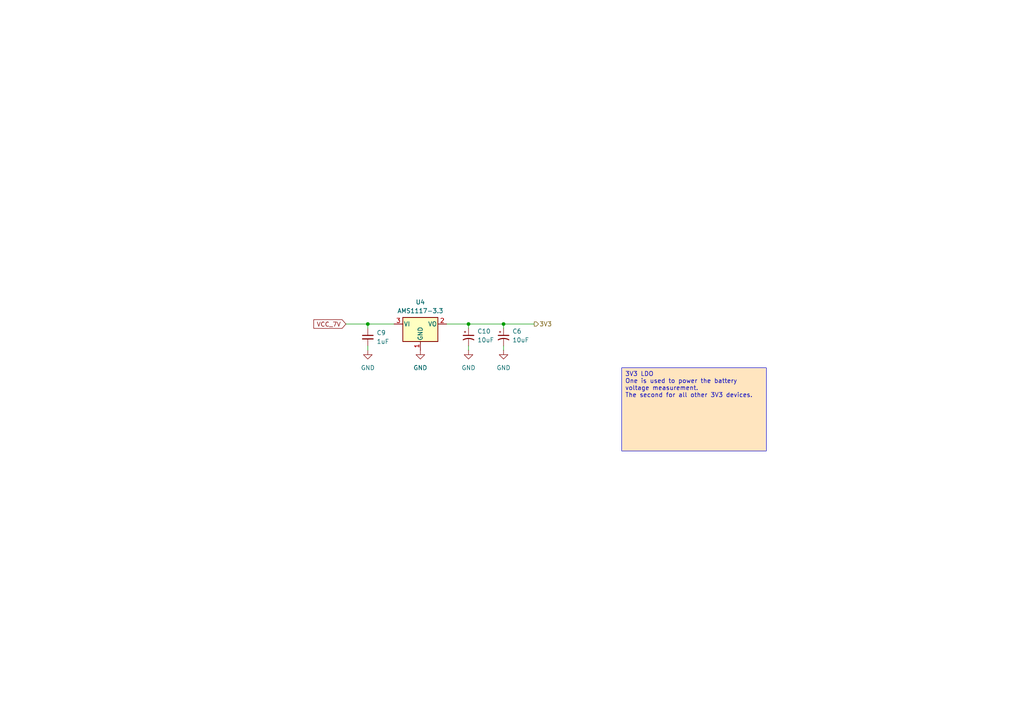
<source format=kicad_sch>
(kicad_sch (version 20250114) (generator "eeschema") (generator_version "9.0")
  (paper "A4")
  (title_block (title "3V3 LDO") (date "2025-09-04") (rev "1.0"))
  (lib_symbols
    (symbol "Device:C_Small" (pin_numbers (hide yes)) (pin_names (offset 0.254) (hide yes))
      (property "Reference" "C" (at 0.254 1.778 0))
      (property "Value" "C_Small" (at 0.254 -2.032 0))
      (symbol "C_Small_0_1"
        (polyline (pts (xy -1.524 0.508) (xy 1.524 0.508)) (stroke (width 0.3048)))
        (polyline (pts (xy -1.524 -0.508) (xy 1.524 -0.508)) (stroke (width 0.3302)))
      )
      (symbol "C_Small_1_1"
        (pin passive line (at 0 2.54 270) (length 2.032) (name "~") (number "1"))
        (pin passive line (at 0 -2.54 90) (length 2.032) (name "~") (number "2"))
      )
    )
    (symbol "camper_van:C_tantalum" (pin_numbers (hide yes)) (pin_names (offset 0.254) (hide yes))
      (property "Reference" "C1" (at 2.54 1.7019 0))
      (property "Value" "C_tantalum" (at 2.54 -0.8381 0))
      (symbol "C_tantalum_0_1"
        (polyline (pts (xy -1.524 0.508) (xy 1.524 0.508)) (stroke (width 0.3048)))
        (polyline (pts (xy -1.27 1.524) (xy -0.762 1.524)))
        (polyline (pts (xy -1.016 1.27) (xy -1.016 1.778)))
        (arc (start -1.524 -0.762) (mid 0 -0.3734) (end 1.524 -0.762) (stroke (width 0.3048)))
      )
      (symbol "C_tantalum_1_1"
        (pin passive line (at 0 2.54 270) (length 2.032) (name "~") (number "1"))
        (pin passive line (at 0 -2.54 90) (length 2.032) (name "~") (number "2"))
      )
    )
    (symbol "camper_van:SPX1117" (pin_names (offset 0.254))
      (property "Reference" "U15" (at 0 6.35 0))
      (property "Value" "SPX1117M3-L-3-3/TR" (at 0 3.81 0))
      (symbol "SPX1117_0_1"
        (rectangle (start -5.08 1.905) (end 5.08 -5.08) (stroke (width 0.254)) (fill (type background)))
      )
      (symbol "SPX1117_1_1"
        (pin power_in line (at -7.62 0 0) (length 2.54) (name "VI") (number "3"))
        (pin power_in line (at 0 -7.62 90) (length 2.54) (name "GND") (number "1"))
        (pin power_out line (at 7.62 0 180) (length 2.54) (name "VO") (number "2"))
      )
    )
    (symbol "power:GND" (power) (pin_numbers (hide yes)) (pin_names (offset 0) (hide yes))
      (property "Value" "GND" (at 0 -3.81 0))
      (symbol "GND_0_1"
        (polyline (pts (xy 0 0) (xy 0 -1.27) (xy 1.27 -1.27) (xy 0 -2.54) (xy -1.27 -1.27) (xy 0 -1.27)))
      )
      (symbol "GND_1_1"
        (pin power_in line (at 0 0 270) (length 0) (name "~") (number "1"))
      )
    )
  )
  (text_box "3V3 LDO \nOne is used to power the battery voltage measurement.\nThe second for all other 3V3 devices." (at 180.34 106.68 0) (size 41.91 24.13) (margins 0.9525 0.9525 0.9525 0.9525) (fill (type color) (color 255 229 191 1)) (effects (font (size 1.27 1.27)) (justify left top)))
  (junction (at 146.05 93.98))
  (junction (at 106.68 93.98))
  (junction (at 135.89 93.98))
  (wire (pts (xy 106.68 93.98) (xy 114.3 93.98)))
  (wire (pts (xy 146.05 93.98) (xy 135.89 93.98)))
  (wire (pts (xy 146.05 95.25) (xy 146.05 93.98)))
  (wire (pts (xy 106.68 100.33) (xy 106.68 101.6)))
  (wire (pts (xy 135.89 95.25) (xy 135.89 93.98)))
  (wire (pts (xy 129.54 93.98) (xy 135.89 93.98)))
  (wire (pts (xy 146.05 100.33) (xy 146.05 101.6)))
  (wire (pts (xy 100.33 93.98) (xy 106.68 93.98)))
  (wire (pts (xy 146.05 93.98) (xy 154.94 93.98)))
  (wire (pts (xy 106.68 95.25) (xy 106.68 93.98)))
  (wire (pts (xy 135.89 100.33) (xy 135.89 101.6)))
  (global_label "VCC_7V" (shape input) (at 100.33 93.98 180) (property "Intersheetrefs" "${INTERSHEET_REFS}" (effects (hide yes))))
  (hierarchical_label "3V3" (shape output) (at 154.94 93.98 0))
  (symbol (lib_id "power:GND") (at 146.05 101.6 0) (unit 1)
    (property "Reference" "#PWR091" (effects (hide yes)))
    (property "Value" "GND" (at 146.05 106.68 0))
    (property "Description" "Power symbol creates a global label with name \"GND\" , ground" (effects (hide yes)))
    (instances (project "campervan_management_V2" (path "" (reference "#PWR029") (unit 1)) (path "" (reference "#PWR091") (unit 1))))
  )
  (symbol (lib_id "power:GND") (at 106.68 101.6 0) (unit 1)
    (property "Reference" "#PWR02" (effects (hide yes)))
    (property "Value" "GND" (at 106.68 106.68 0))
    (property "Description" "Power symbol creates a global label with name \"GND\" , ground" (effects (hide yes)))
    (instances (project "campervan_management_V2" (path "" (reference "#PWR024") (unit 1)) (path "" (reference "#PWR02") (unit 1))))
  )
  (symbol (lib_id "Device:C_Small") (at 106.68 97.79 0) (unit 1)
    (property "Reference" "C5" (at 109.22 96.5262 0) (effects (justify left)))
    (property "Value" "1uF" (at 109.22 99.0662 0) (effects (justify left)))
    (property "Footprint" "Capacitor_SMD:C_0603_1608Metric" (effects (hide yes)))
    (property "Description" "Unpolarized capacitor, small symbol" (effects (hide yes)))
    (property "LCSC PN" "C15849" (effects (hide yes)))
    (property "Extended" "B" (effects (hide yes)))
    (instances (project "campervan_management_V2" (path "" (reference "C9") (unit 1)) (path "" (reference "C5") (unit 1))))
  )
  (symbol (lib_id "power:GND") (at 121.92 101.6 0) (unit 1)
    (property "Reference" "#PWR088" (effects (hide yes)))
    (property "Value" "GND" (at 121.92 106.68 0))
    (property "Description" "Power symbol creates a global label with name \"GND\" , ground" (effects (hide yes)))
    (instances (project "campervan_management_V2" (path "" (reference "#PWR026") (unit 1)) (path "" (reference "#PWR088") (unit 1))))
  )
  (symbol (lib_id "power:GND") (at 135.89 101.6 0) (unit 1)
    (property "Reference" "#PWR089" (effects (hide yes)))
    (property "Value" "GND" (at 135.89 106.68 0))
    (property "Description" "Power symbol creates a global label with name \"GND\" , ground" (effects (hide yes)))
    (instances (project "campervan_management_V2" (path "" (reference "#PWR028") (unit 1)) (path "" (reference "#PWR089") (unit 1))))
  )
  (symbol (lib_id "camper_van:C_tantalum") (at 135.89 97.79 0) (unit 1)
    (property "Reference" "C3" (at 138.43 96.0881 0) (effects (justify left)))
    (property "Value" "10uF" (at 138.43 98.6281 0) (effects (justify left)))
    (property "Footprint" "Capacitor_Tantalum_SMD:CP_EIA-3216-18_Kemet-A" (effects (hide yes)))
    (property "Description" "Tantalum capacitor" (effects (hide yes)))
    (property "LCSC PN" "C7171" (effects (hide yes)))
    (property "Extended" "B" (effects (hide yes)))
    (instances (project "campervan_management_V2" (path "" (reference "C10") (unit 1)) (path "" (reference "C3") (unit 1))))
  )
  (symbol (lib_id "camper_van:C_tantalum") (at 146.05 97.79 0) (unit 1)
    (property "Reference" "C7" (at 148.59 96.0881 0) (effects (justify left)))
    (property "Value" "10uF" (at 148.59 98.6281 0) (effects (justify left)))
    (property "Footprint" "Capacitor_Tantalum_SMD:CP_EIA-3216-18_Kemet-A" (effects (hide yes)))
    (property "Description" "Tantalum capacitor" (effects (hide yes)))
    (property "LCSC PN" "C7171" (effects (hide yes)))
    (property "Extended" "B" (effects (hide yes)))
    (instances (project "campervan_management_V2" (path "" (reference "C6") (unit 1)) (path "" (reference "C7") (unit 1))))
  )
  (symbol (lib_id "camper_van:SPX1117") (at 121.92 93.98 0) (unit 1)
    (property "Reference" "U2" (at 121.92 87.63 0))
    (property "Value" "AMS1117-3.3" (at 121.92 90.17 0))
    (property "Footprint" "Package_TO_SOT_SMD:SOT-223-3_TabPin2" (effects (hide yes)))
    (property "Datasheet" "https://jlcpcb.com/partdetail/MaxLinear-SPX1117M3_L_3_3TR/C6862" (effects (hide yes)))
    (property "Description" "300mA Low Quiescent Current LDO, 4.5-55V input, 3.3V output, SOT-223" (effects (hide yes)))
    (property "LCSC PN" "C6186" (effects (hide yes)))
    (property "Extended" "B" (effects (hide yes)))
    (instances (project "campervan_management_V2" (path "" (reference "U4") (unit 1)) (path "" (reference "U2") (unit 1))))
  )
)
</source>
